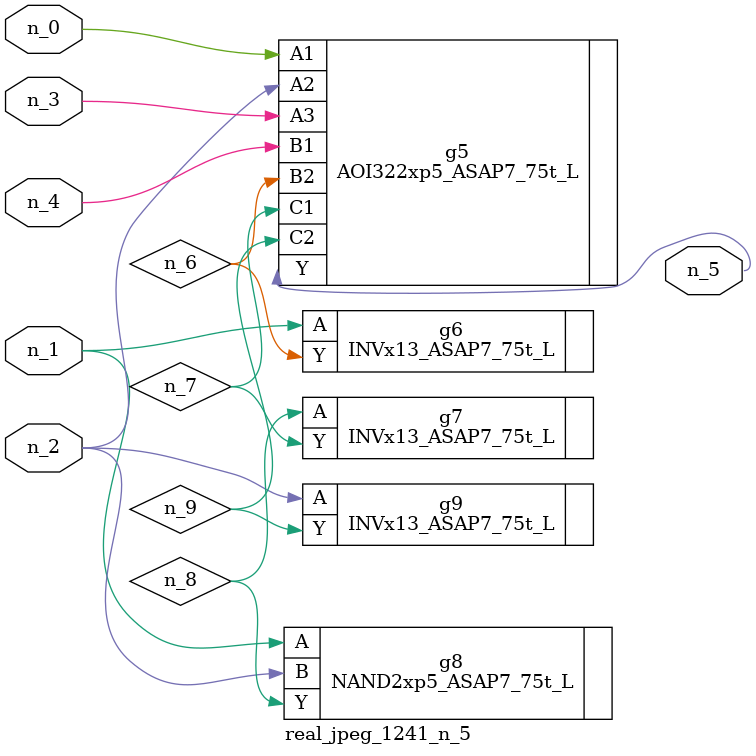
<source format=v>
module real_jpeg_1241_n_5 (n_4, n_0, n_1, n_2, n_3, n_5);

input n_4;
input n_0;
input n_1;
input n_2;
input n_3;

output n_5;

wire n_8;
wire n_6;
wire n_7;
wire n_9;

AOI322xp5_ASAP7_75t_L g5 ( 
.A1(n_0),
.A2(n_2),
.A3(n_3),
.B1(n_4),
.B2(n_6),
.C1(n_7),
.C2(n_9),
.Y(n_5)
);

INVx13_ASAP7_75t_L g6 ( 
.A(n_1),
.Y(n_6)
);

NAND2xp5_ASAP7_75t_L g8 ( 
.A(n_1),
.B(n_2),
.Y(n_8)
);

INVx13_ASAP7_75t_L g9 ( 
.A(n_2),
.Y(n_9)
);

INVx13_ASAP7_75t_L g7 ( 
.A(n_8),
.Y(n_7)
);


endmodule
</source>
